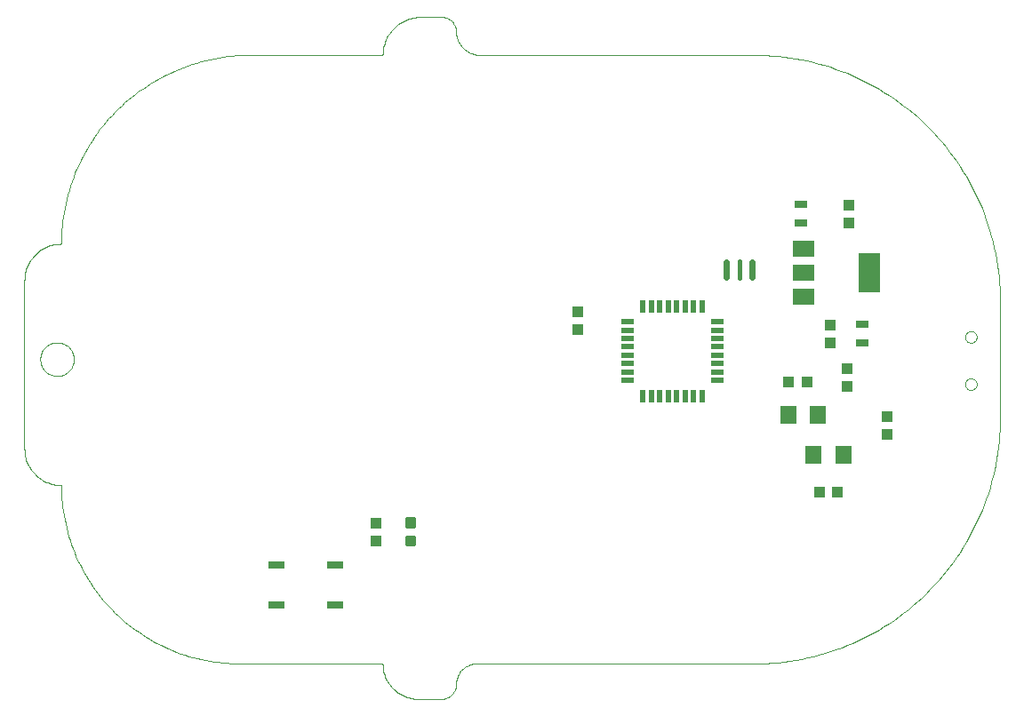
<source format=gtp>
G75*
%MOIN*%
%OFA0B0*%
%FSLAX24Y24*%
%IPPOS*%
%LPD*%
%AMOC8*
5,1,8,0,0,1.08239X$1,22.5*
%
%ADD10C,0.0000*%
%ADD11R,0.0500X0.0220*%
%ADD12R,0.0220X0.0500*%
%ADD13R,0.0433X0.0394*%
%ADD14R,0.0394X0.0433*%
%ADD15R,0.0630X0.0709*%
%ADD16R,0.0790X0.0590*%
%ADD17R,0.0790X0.1500*%
%ADD18C,0.0118*%
%ADD19R,0.0472X0.0315*%
%ADD20C,0.0240*%
%ADD21C,0.0177*%
%ADD22R,0.0600X0.0300*%
D10*
X008171Y001568D02*
X013535Y001568D01*
X013537Y001496D01*
X013543Y001424D01*
X013553Y001353D01*
X013566Y001282D01*
X013583Y001212D01*
X013605Y001144D01*
X013629Y001076D01*
X013658Y001010D01*
X013690Y000945D01*
X013725Y000883D01*
X013764Y000822D01*
X013806Y000764D01*
X013851Y000708D01*
X013899Y000654D01*
X013950Y000603D01*
X014004Y000555D01*
X014060Y000510D01*
X014118Y000468D01*
X014179Y000429D01*
X014241Y000394D01*
X014306Y000362D01*
X014372Y000333D01*
X014440Y000309D01*
X014508Y000287D01*
X014578Y000270D01*
X014649Y000257D01*
X014720Y000247D01*
X014792Y000241D01*
X014864Y000239D01*
X015734Y000239D01*
X015780Y000241D01*
X015826Y000247D01*
X015871Y000256D01*
X015915Y000269D01*
X015958Y000286D01*
X015999Y000306D01*
X016039Y000330D01*
X016076Y000356D01*
X016111Y000386D01*
X016144Y000419D01*
X016174Y000454D01*
X016200Y000491D01*
X016224Y000531D01*
X016244Y000572D01*
X016261Y000615D01*
X016274Y000659D01*
X016283Y000704D01*
X016289Y000750D01*
X016291Y000796D01*
X016293Y000849D01*
X016298Y000901D01*
X016307Y000953D01*
X016320Y001004D01*
X016336Y001055D01*
X016355Y001104D01*
X016378Y001151D01*
X016403Y001197D01*
X016432Y001241D01*
X016464Y001283D01*
X016499Y001323D01*
X016536Y001360D01*
X016576Y001395D01*
X016618Y001427D01*
X016662Y001456D01*
X016708Y001481D01*
X016755Y001504D01*
X016804Y001523D01*
X016855Y001539D01*
X016906Y001552D01*
X016958Y001561D01*
X017010Y001566D01*
X017063Y001568D01*
X027463Y001568D01*
X027463Y001567D02*
X027686Y001570D01*
X027909Y001578D01*
X028132Y001592D01*
X028354Y001611D01*
X028576Y001636D01*
X028797Y001665D01*
X029017Y001700D01*
X029237Y001741D01*
X029455Y001787D01*
X029672Y001838D01*
X029888Y001894D01*
X030102Y001955D01*
X030315Y002022D01*
X030527Y002094D01*
X030736Y002170D01*
X030944Y002252D01*
X031149Y002339D01*
X031352Y002431D01*
X031554Y002528D01*
X031752Y002629D01*
X031948Y002735D01*
X032142Y002846D01*
X032333Y002962D01*
X032521Y003082D01*
X032706Y003207D01*
X032888Y003336D01*
X033066Y003470D01*
X033242Y003607D01*
X033414Y003749D01*
X033582Y003895D01*
X033747Y004046D01*
X033909Y004200D01*
X034066Y004358D01*
X034220Y004519D01*
X034370Y004685D01*
X034516Y004853D01*
X034657Y005026D01*
X034795Y005202D01*
X034928Y005381D01*
X035056Y005563D01*
X035181Y005748D01*
X035301Y005936D01*
X035416Y006127D01*
X035526Y006321D01*
X035632Y006518D01*
X035733Y006716D01*
X035829Y006918D01*
X035921Y007121D01*
X036007Y007327D01*
X036089Y007535D01*
X036165Y007744D01*
X036236Y007956D01*
X036302Y008169D01*
X036363Y008383D01*
X036419Y008599D01*
X036470Y008817D01*
X036515Y009035D01*
X036555Y009255D01*
X036590Y009475D01*
X036619Y009696D01*
X036643Y009918D01*
X036661Y010140D01*
X036675Y010363D01*
X036683Y010586D01*
X036685Y010809D01*
X036685Y015181D01*
X035373Y013822D02*
X035375Y013851D01*
X035381Y013879D01*
X035390Y013907D01*
X035403Y013933D01*
X035420Y013956D01*
X035439Y013978D01*
X035461Y013997D01*
X035486Y014012D01*
X035512Y014025D01*
X035540Y014033D01*
X035568Y014038D01*
X035597Y014039D01*
X035626Y014036D01*
X035654Y014029D01*
X035681Y014019D01*
X035707Y014005D01*
X035730Y013988D01*
X035751Y013968D01*
X035769Y013945D01*
X035784Y013920D01*
X035795Y013893D01*
X035803Y013865D01*
X035807Y013836D01*
X035807Y013808D01*
X035803Y013779D01*
X035795Y013751D01*
X035784Y013724D01*
X035769Y013699D01*
X035751Y013676D01*
X035730Y013656D01*
X035707Y013639D01*
X035681Y013625D01*
X035654Y013615D01*
X035626Y013608D01*
X035597Y013605D01*
X035568Y013606D01*
X035540Y013611D01*
X035512Y013619D01*
X035486Y013632D01*
X035461Y013647D01*
X035439Y013666D01*
X035420Y013688D01*
X035403Y013711D01*
X035390Y013737D01*
X035381Y013765D01*
X035375Y013793D01*
X035373Y013822D01*
X035373Y012050D02*
X035375Y012079D01*
X035381Y012107D01*
X035390Y012135D01*
X035403Y012161D01*
X035420Y012184D01*
X035439Y012206D01*
X035461Y012225D01*
X035486Y012240D01*
X035512Y012253D01*
X035540Y012261D01*
X035568Y012266D01*
X035597Y012267D01*
X035626Y012264D01*
X035654Y012257D01*
X035681Y012247D01*
X035707Y012233D01*
X035730Y012216D01*
X035751Y012196D01*
X035769Y012173D01*
X035784Y012148D01*
X035795Y012121D01*
X035803Y012093D01*
X035807Y012064D01*
X035807Y012036D01*
X035803Y012007D01*
X035795Y011979D01*
X035784Y011952D01*
X035769Y011927D01*
X035751Y011904D01*
X035730Y011884D01*
X035707Y011867D01*
X035681Y011853D01*
X035654Y011843D01*
X035626Y011836D01*
X035597Y011833D01*
X035568Y011834D01*
X035540Y011839D01*
X035512Y011847D01*
X035486Y011860D01*
X035461Y011875D01*
X035439Y011894D01*
X035420Y011916D01*
X035403Y011939D01*
X035390Y011965D01*
X035381Y011993D01*
X035375Y012021D01*
X035373Y012050D01*
X036685Y015181D02*
X036682Y015404D01*
X036674Y015627D01*
X036661Y015849D01*
X036642Y016071D01*
X036618Y016293D01*
X036588Y016513D01*
X036553Y016734D01*
X036513Y016953D01*
X036468Y017171D01*
X036417Y017388D01*
X036361Y017604D01*
X036300Y017818D01*
X036234Y018031D01*
X036162Y018242D01*
X036086Y018451D01*
X036004Y018659D01*
X035918Y018864D01*
X035826Y019067D01*
X035730Y019268D01*
X035629Y019467D01*
X035523Y019663D01*
X035412Y019856D01*
X035297Y020047D01*
X035177Y020235D01*
X035053Y020420D01*
X034924Y020602D01*
X034791Y020780D01*
X034653Y020956D01*
X034512Y021128D01*
X034366Y021296D01*
X034216Y021461D01*
X034062Y021623D01*
X033905Y021780D01*
X033743Y021934D01*
X033578Y022084D01*
X033410Y022230D01*
X033238Y022371D01*
X033062Y022509D01*
X032884Y022642D01*
X032702Y022771D01*
X032517Y022895D01*
X032329Y023015D01*
X032138Y023130D01*
X031945Y023241D01*
X031749Y023347D01*
X031550Y023448D01*
X031349Y023544D01*
X031146Y023636D01*
X030941Y023722D01*
X030733Y023804D01*
X030524Y023880D01*
X030313Y023952D01*
X030100Y024018D01*
X029886Y024079D01*
X029670Y024135D01*
X029453Y024186D01*
X029235Y024231D01*
X029016Y024271D01*
X028795Y024306D01*
X028575Y024336D01*
X028353Y024360D01*
X028131Y024379D01*
X027909Y024392D01*
X027686Y024400D01*
X027463Y024403D01*
X027463Y024402D02*
X017161Y024402D01*
X017161Y024403D02*
X017104Y024405D01*
X017047Y024410D01*
X016991Y024420D01*
X016936Y024433D01*
X016881Y024449D01*
X016828Y024469D01*
X016776Y024493D01*
X016726Y024520D01*
X016678Y024550D01*
X016631Y024583D01*
X016587Y024619D01*
X016546Y024658D01*
X016507Y024699D01*
X016471Y024743D01*
X016438Y024790D01*
X016408Y024838D01*
X016381Y024888D01*
X016357Y024940D01*
X016337Y024993D01*
X016321Y025048D01*
X016308Y025103D01*
X016298Y025159D01*
X016293Y025216D01*
X016291Y025273D01*
X016289Y025319D01*
X016283Y025365D01*
X016274Y025410D01*
X016261Y025454D01*
X016244Y025497D01*
X016224Y025538D01*
X016200Y025578D01*
X016174Y025615D01*
X016144Y025650D01*
X016111Y025683D01*
X016076Y025713D01*
X016039Y025739D01*
X015999Y025763D01*
X015958Y025783D01*
X015915Y025800D01*
X015871Y025813D01*
X015826Y025822D01*
X015780Y025828D01*
X015734Y025830D01*
X014962Y025830D01*
X014962Y025829D02*
X014887Y025827D01*
X014813Y025821D01*
X014739Y025811D01*
X014665Y025798D01*
X014593Y025780D01*
X014521Y025759D01*
X014451Y025734D01*
X014382Y025706D01*
X014314Y025673D01*
X014249Y025638D01*
X014185Y025599D01*
X014123Y025556D01*
X014064Y025511D01*
X014007Y025462D01*
X013953Y025411D01*
X013902Y025357D01*
X013853Y025300D01*
X013808Y025241D01*
X013765Y025179D01*
X013726Y025116D01*
X013691Y025050D01*
X013658Y024982D01*
X013630Y024913D01*
X013605Y024843D01*
X013584Y024771D01*
X013566Y024699D01*
X013553Y024625D01*
X013543Y024551D01*
X013537Y024477D01*
X013535Y024402D01*
X008565Y024402D01*
X008565Y024403D02*
X008394Y024401D01*
X008223Y024395D01*
X008052Y024384D01*
X007881Y024370D01*
X007711Y024351D01*
X007541Y024329D01*
X007372Y024302D01*
X007203Y024271D01*
X007036Y024236D01*
X006869Y024197D01*
X006703Y024154D01*
X006539Y024107D01*
X006375Y024056D01*
X006213Y024001D01*
X006052Y023942D01*
X005893Y023880D01*
X005735Y023813D01*
X005579Y023743D01*
X005424Y023669D01*
X005272Y023591D01*
X005121Y023510D01*
X004972Y023425D01*
X004826Y023336D01*
X004681Y023244D01*
X004539Y023148D01*
X004399Y023050D01*
X004262Y022947D01*
X004127Y022842D01*
X003995Y022733D01*
X003865Y022621D01*
X003739Y022506D01*
X003615Y022387D01*
X003494Y022266D01*
X003375Y022142D01*
X003260Y022016D01*
X003148Y021886D01*
X003039Y021754D01*
X002934Y021619D01*
X002831Y021482D01*
X002733Y021342D01*
X002637Y021200D01*
X002545Y021055D01*
X002456Y020909D01*
X002371Y020760D01*
X002290Y020609D01*
X002212Y020457D01*
X002138Y020302D01*
X002068Y020146D01*
X002001Y019988D01*
X001939Y019829D01*
X001880Y019668D01*
X001825Y019506D01*
X001774Y019342D01*
X001727Y019178D01*
X001684Y019012D01*
X001645Y018845D01*
X001610Y018678D01*
X001579Y018509D01*
X001552Y018340D01*
X001530Y018170D01*
X001511Y018000D01*
X001497Y017829D01*
X001486Y017658D01*
X001480Y017487D01*
X001478Y017316D01*
X001406Y017314D01*
X001334Y017308D01*
X001262Y017299D01*
X001191Y017286D01*
X001121Y017269D01*
X001052Y017249D01*
X000984Y017224D01*
X000918Y017197D01*
X000852Y017166D01*
X000789Y017131D01*
X000727Y017094D01*
X000668Y017053D01*
X000611Y017009D01*
X000556Y016962D01*
X000504Y016912D01*
X000454Y016860D01*
X000407Y016805D01*
X000363Y016748D01*
X000322Y016689D01*
X000285Y016627D01*
X000250Y016564D01*
X000219Y016498D01*
X000192Y016432D01*
X000167Y016364D01*
X000147Y016295D01*
X000130Y016225D01*
X000117Y016154D01*
X000108Y016082D01*
X000102Y016010D01*
X000100Y015938D01*
X000100Y009639D01*
X000102Y009567D01*
X000108Y009495D01*
X000117Y009423D01*
X000130Y009352D01*
X000147Y009282D01*
X000167Y009213D01*
X000192Y009145D01*
X000219Y009079D01*
X000250Y009013D01*
X000285Y008950D01*
X000322Y008888D01*
X000363Y008829D01*
X000407Y008772D01*
X000454Y008717D01*
X000504Y008665D01*
X000556Y008615D01*
X000611Y008568D01*
X000668Y008524D01*
X000727Y008483D01*
X000789Y008446D01*
X000852Y008411D01*
X000918Y008380D01*
X000984Y008353D01*
X001052Y008328D01*
X001121Y008308D01*
X001191Y008291D01*
X001262Y008278D01*
X001334Y008269D01*
X001406Y008263D01*
X001478Y008261D01*
X001480Y008099D01*
X001486Y007938D01*
X001496Y007776D01*
X001509Y007615D01*
X001527Y007454D01*
X001548Y007294D01*
X001574Y007134D01*
X001603Y006975D01*
X001636Y006817D01*
X001672Y006659D01*
X001713Y006503D01*
X001757Y006347D01*
X001806Y006193D01*
X001857Y006040D01*
X001913Y005888D01*
X001972Y005737D01*
X002035Y005588D01*
X002101Y005441D01*
X002171Y005295D01*
X002245Y005151D01*
X002322Y005008D01*
X002402Y004868D01*
X002486Y004730D01*
X002573Y004593D01*
X002663Y004459D01*
X002756Y004327D01*
X002853Y004197D01*
X002953Y004070D01*
X003055Y003945D01*
X003161Y003823D01*
X003270Y003703D01*
X003381Y003586D01*
X003496Y003471D01*
X003613Y003360D01*
X003733Y003251D01*
X003855Y003145D01*
X003980Y003043D01*
X004107Y002943D01*
X004237Y002846D01*
X004369Y002753D01*
X004503Y002663D01*
X004640Y002576D01*
X004778Y002492D01*
X004918Y002412D01*
X005061Y002335D01*
X005205Y002261D01*
X005351Y002191D01*
X005498Y002125D01*
X005647Y002062D01*
X005798Y002003D01*
X005950Y001947D01*
X006103Y001896D01*
X006257Y001847D01*
X006413Y001803D01*
X006569Y001762D01*
X006727Y001726D01*
X006885Y001693D01*
X007044Y001664D01*
X007204Y001638D01*
X007364Y001617D01*
X007525Y001599D01*
X007686Y001586D01*
X007848Y001576D01*
X008009Y001570D01*
X008171Y001568D01*
X000698Y012985D02*
X000700Y013035D01*
X000706Y013085D01*
X000716Y013134D01*
X000730Y013182D01*
X000747Y013229D01*
X000768Y013274D01*
X000793Y013318D01*
X000821Y013359D01*
X000853Y013398D01*
X000887Y013435D01*
X000924Y013469D01*
X000964Y013499D01*
X001006Y013526D01*
X001050Y013550D01*
X001096Y013571D01*
X001143Y013587D01*
X001191Y013600D01*
X001241Y013609D01*
X001290Y013614D01*
X001341Y013615D01*
X001391Y013612D01*
X001440Y013605D01*
X001489Y013594D01*
X001537Y013579D01*
X001583Y013561D01*
X001628Y013539D01*
X001671Y013513D01*
X001712Y013484D01*
X001751Y013452D01*
X001787Y013417D01*
X001819Y013379D01*
X001849Y013339D01*
X001876Y013296D01*
X001899Y013252D01*
X001918Y013206D01*
X001934Y013158D01*
X001946Y013109D01*
X001954Y013060D01*
X001958Y013010D01*
X001958Y012960D01*
X001954Y012910D01*
X001946Y012861D01*
X001934Y012812D01*
X001918Y012764D01*
X001899Y012718D01*
X001876Y012674D01*
X001849Y012631D01*
X001819Y012591D01*
X001787Y012553D01*
X001751Y012518D01*
X001712Y012486D01*
X001671Y012457D01*
X001628Y012431D01*
X001583Y012409D01*
X001537Y012391D01*
X001489Y012376D01*
X001440Y012365D01*
X001391Y012358D01*
X001341Y012355D01*
X001290Y012356D01*
X001241Y012361D01*
X001191Y012370D01*
X001143Y012383D01*
X001096Y012399D01*
X001050Y012420D01*
X001006Y012444D01*
X000964Y012471D01*
X000924Y012501D01*
X000887Y012535D01*
X000853Y012572D01*
X000821Y012611D01*
X000793Y012652D01*
X000768Y012696D01*
X000747Y012741D01*
X000730Y012788D01*
X000716Y012836D01*
X000706Y012885D01*
X000700Y012935D01*
X000698Y012985D01*
D11*
X022712Y013134D03*
X022712Y013449D03*
X022712Y013764D03*
X022712Y014079D03*
X022712Y014394D03*
X022712Y012819D03*
X022712Y012504D03*
X022712Y012189D03*
X026092Y012189D03*
X026092Y012504D03*
X026092Y012819D03*
X026092Y013134D03*
X026092Y013449D03*
X026092Y013764D03*
X026092Y014079D03*
X026092Y014394D03*
D12*
X025504Y014981D03*
X025189Y014981D03*
X024874Y014981D03*
X024559Y014981D03*
X024244Y014981D03*
X023929Y014981D03*
X023614Y014981D03*
X023299Y014981D03*
X023299Y011601D03*
X023614Y011601D03*
X023929Y011601D03*
X024244Y011601D03*
X024559Y011601D03*
X024874Y011601D03*
X025189Y011601D03*
X025504Y011601D03*
D13*
X028767Y012141D03*
X029436Y012141D03*
X029917Y007991D03*
X030586Y007991D03*
D14*
X032452Y010157D03*
X032452Y010826D03*
X030952Y011957D03*
X030952Y012626D03*
X030302Y013607D03*
X030302Y014276D03*
X031002Y018107D03*
X031002Y018776D03*
X020852Y014776D03*
X020852Y014107D03*
X013292Y006843D03*
X013292Y006173D03*
D15*
X028750Y010891D03*
X029853Y010891D03*
X029700Y009391D03*
X030803Y009391D03*
D16*
X029312Y015331D03*
X029312Y016231D03*
X029312Y017131D03*
D17*
X031792Y016241D03*
D18*
X014727Y006715D02*
X014451Y006715D01*
X014451Y006991D01*
X014727Y006991D01*
X014727Y006715D01*
X014727Y006832D02*
X014451Y006832D01*
X014451Y006949D02*
X014727Y006949D01*
X014727Y006025D02*
X014451Y006025D01*
X014451Y006301D01*
X014727Y006301D01*
X014727Y006025D01*
X014727Y006142D02*
X014451Y006142D01*
X014451Y006259D02*
X014727Y006259D01*
D19*
X031502Y013587D03*
X031502Y014296D03*
X029202Y018087D03*
X029202Y018796D03*
D20*
X027374Y016621D02*
X027374Y016061D01*
X026429Y016061D02*
X026429Y016621D01*
D21*
X026902Y016653D02*
X026902Y016653D01*
X026902Y016029D01*
X026902Y016029D01*
X026902Y016653D01*
X026902Y016205D02*
X026902Y016205D01*
X026902Y016381D02*
X026902Y016381D01*
X026902Y016557D02*
X026902Y016557D01*
D22*
X011746Y005272D03*
X009546Y005272D03*
X009546Y003772D03*
X011746Y003772D03*
M02*

</source>
